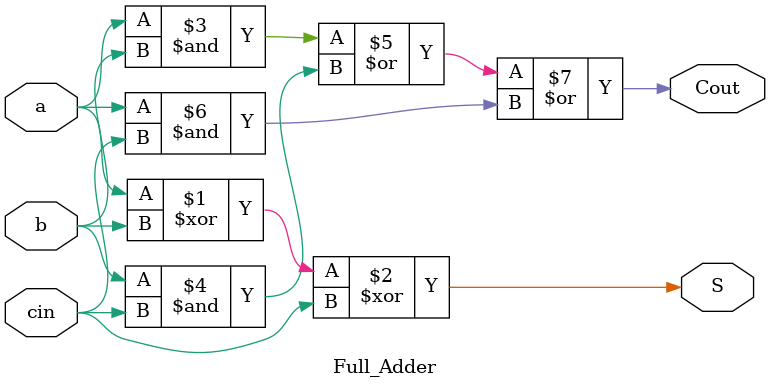
<source format=v>

module Full_Adder(
    input a, b, cin, // a - bit 1, b - bit 2, cin - carry input
    output S, Cout // S - output, Cout -  Carry output
);
    assign S = a ^ b ^ cin;
    assign Cout = (a & b) | (b & cin) | (a & cin); 
endmodule

</source>
